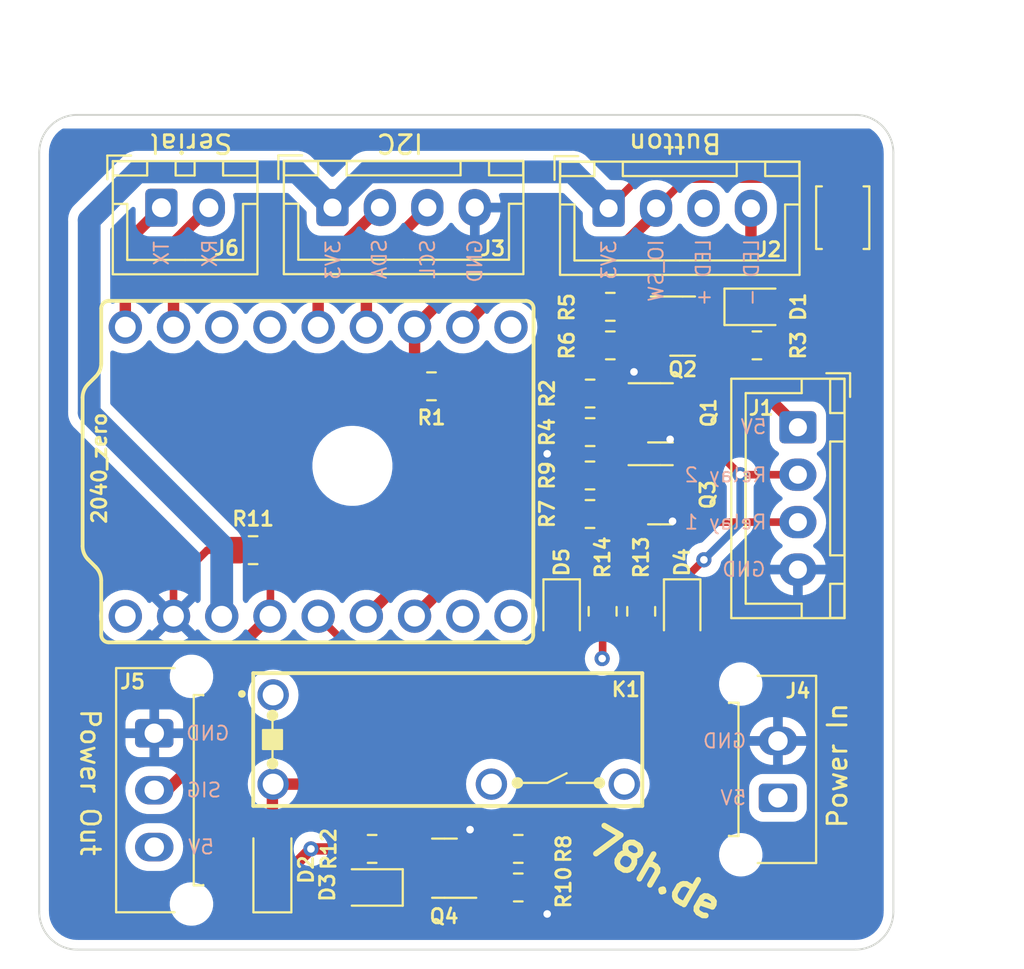
<source format=kicad_pcb>
(kicad_pcb (version 20211014) (generator pcbnew)
  (layers (0 "F.Cu" signal) (1 "In1.Cu" signal) (2 "In2.Cu" signal) (31 "B.Cu" signal) (34 "B.Paste" user) (35 "F.Paste" user) (36 "B.SilkS" user "B.Silkscreen") (37 "F.SilkS" user "F.Silkscreen") (38 "B.Mask" user) (39 "F.Mask" user) (44 "Edge.Cuts" user))
  (net 0 "")
  (net 1 "Net-(D1-Pad1)")
  (net 2 "Net-(D1-Pad2)")
  (net 3 "+5V")
  (net 4 "Net-(D2-Pad2)")
  (net 5 "GND")
  (net 6 "+3.3V")
  (net 7 "IO_BUTTON")
  (net 8 "SCL")
  (net 9 "SDA")
  (net 10 "+5VA")
  (net 11 "SIG")
  (net 12 "TX")
  (net 13 "RX")
  (net 14 "Net-(Q1-Pad1)")
  (net 15 "Net-(Q2-Pad1)")
  (net 16 "Net-(Q3-Pad1)")
  (net 17 "Net-(Q4-Pad1)")
  (net 18 "IO_RELAY_1")
  (net 19 "IO_LED")
  (net 20 "IO_RELAY_2")
  (net 21 "IO_PSU_5V")
  (net 27 "Net-(D3-Pad2)")
  (net 28 "Net-(D4-Pad1)")
  (net 29 "Net-(D4-Pad2)")
  (net 30 "Net-(D5-Pad1)")
  (net 31 "Net-(D5-Pad2)")
  (footprint "Connector_JST:JST_XH_B2B-XH-A_1x02_P2.50mm_Vertical" (layer "F.Cu") (at 107.4366 41.893)
    (fp_text reference "J6" (at 3.4344 2.1252) (layer "F.SilkS") (effects (font (size 0.75 0.75))))
    (fp_text value "SERIAL")
    (pad "1" thru_hole roundrect (at 0 0) (size 1.7 2) (drill 1) (layers *.Cu *.Mask) (roundrect_rratio 0.1470588235) (net 12 "TX"))
    (pad "2" thru_hole oval (at 2.5 0) (size 1.7 2) (drill 1) (layers *.Cu *.Mask) (net 13 "RX"))
  )
  (footprint "Resistor_SMD:R_0805_2012Metric" (layer "F.Cu") (at 130.0245 51.689)
    (fp_text reference "R2" (at -2.2625 0 90) (layer "F.SilkS") (effects (font (size 0.75 0.75))))
    (fp_text value "2k2")
    (pad "1" smd roundrect (at -0.9125 0) (size 1.025 1.4) (layers "F.Cu" "F.Paste" "F.Mask") (roundrect_rratio 0.243902439) (net 18 "IO_RELAY_1"))
    (pad "2" smd roundrect (at 0.9125 0) (size 1.025 1.4) (layers "F.Cu" "F.Paste" "F.Mask") (roundrect_rratio 0.243902439) (net 14 "Net-(Q1-Pad1)"))
  )
  (footprint "pixeltrace:Molex_Micro-Fit_3.0_43650-0315_1x03_P3.00mm_Vertical" (layer "F.Cu") (at 107.061 69.596 -90)
    (fp_text reference "J5" (at -2.7178 1.143) (layer "F.SilkS") (effects (font (size 0.75 0.75))))
    (fp_text value "PWR_OUT")
    (pad "" np_thru_hole circle (at 9 -1.96 270) (size 1.27 1.27) (drill 1.27) (layers *.Cu *.Mask))
    (pad "" np_thru_hole circle (at -3 -1.96 270) (size 1.27 1.27) (drill 1.27) (layers *.Cu *.Mask))
    (pad "1" thru_hole roundrect (at 0 0 270) (size 1.5 2.02) (drill 1.02) (layers *.Cu *.Mask) (roundrect_rratio 0.1666673333) (net 5 "GND"))
    (pad "2" thru_hole oval (at 3 0 270) (size 1.5 2.02) (drill 1.02) (layers *.Cu *.Mask) (net 11 "SIG"))
    (pad "3" thru_hole oval (at 6 0 270) (size 1.5 2.02) (drill 1.02) (layers *.Cu *.Mask) (net 10 "+5VA"))
  )
  (footprint "pixeltrace:SW_04-03" (layer "F.Cu") (at 143.3322 42.418 -90)
    (fp_text reference "SW1" hide)
    (fp_text value "SW_Push")
    (pad "1" smd rect (at -2 0 270) (size 1.2 2) (layers "F.Cu" "F.Paste" "F.Mask") (net 6 "+3.3V"))
    (pad "2" smd rect (at 2 0 270) (size 1.2 2) (layers "F.Cu" "F.Paste" "F.Mask") (net 7 "IO_BUTTON"))
  )
  (footprint "Resistor_SMD:R_0805_2012Metric" (layer "F.Cu") (at 132.715 63.1675 90)
    (fp_text reference "R13" (at 2.8425 0 90) (layer "F.SilkS") (effects (font (size 0.75 0.75))))
    (fp_text value "100")
    (pad "1" smd roundrect (at -0.9125 0 90) (size 1.025 1.4) (layers "F.Cu" "F.Paste" "F.Mask") (roundrect_rratio 0.243902439) (net 3 "+5V"))
    (pad "2" smd roundrect (at 0.9125 0 90) (size 1.025 1.4) (layers "F.Cu" "F.Paste" "F.Mask") (roundrect_rratio 0.243902439) (net 29 "Net-(D4-Pad2)"))
  )
  (footprint "Connector_JST:JST_XH_B4B-XH-A_1x04_P2.50mm_Vertical" (layer "F.Cu") (at 140.97 53.467 -90)
    (fp_text reference "J1" (at -1.016 1.9304 180) (layer "F.SilkS") (effects (font (size 0.75 0.75))))
    (fp_text value "Relay_Prot")
    (pad "1" thru_hole roundrect (at 0 0 270) (size 1.7 1.95) (drill 0.95) (layers *.Cu *.Mask) (roundrect_rratio 0.1470588235) (net 3 "+5V"))
    (pad "2" thru_hole oval (at 2.5 0 270) (size 1.7 1.95) (drill 0.95) (layers *.Cu *.Mask) (net 28 "Net-(D4-Pad1)"))
    (pad "3" thru_hole oval (at 5 0 270) (size 1.7 1.95) (drill 0.95) (layers *.Cu *.Mask) (net 30 "Net-(D5-Pad1)"))
    (pad "4" thru_hole oval (at 7.5 0 270) (size 1.7 1.95) (drill 0.95) (layers *.Cu *.Mask) (net 5 "GND"))
  )
  (footprint "Resistor_SMD:R_0805_2012Metric" (layer "F.Cu") (at 126.238 77.724)
    (fp_text reference "R10" (at 2.3895 0 90) (layer "F.SilkS") (effects (font (size 0.75 0.75))))
    (fp_text value "10k")
    (pad "1" smd roundrect (at -0.9125 0) (size 1.025 1.4) (layers "F.Cu" "F.Paste" "F.Mask") (roundrect_rratio 0.243902439) (net 17 "Net-(Q4-Pad1)"))
    (pad "2" smd roundrect (at 0.9125 0) (size 1.025 1.4) (layers "F.Cu" "F.Paste" "F.Mask") (roundrect_rratio 0.243902439) (net 5 "GND"))
  )
  (footprint "Package_TO_SOT_SMD:SOT-23" (layer "F.Cu") (at 134.8975 48.133)
    (fp_text reference "Q2" (at 0.0019 2.286) (layer "F.SilkS") (effects (font (size 0.75 0.75))))
    (fp_text value "IRLML6344")
    (pad "1" smd roundrect (at -0.9375 -0.95) (size 1.475 0.6) (layers "F.Cu" "F.Paste" "F.Mask") (net 15 "Net-(Q2-Pad1)"))
    (pad "2" smd roundrect (at -0.9375 0.95) (size 1.475 0.6) (layers "F.Cu" "F.Paste" "F.Mask") (net 5 "GND"))
    (pad "3" smd roundrect (at 0.9375 0) (size 1.475 0.6) (layers "F.Cu" "F.Paste" "F.Mask") (net 1 "Net-(D1-Pad1)"))
  )
  (footprint "Package_TO_SOT_SMD:SOT-23" (layer "F.Cu") (at 133.72475 57.023)
    (fp_text reference "Q3" (at 2.49545 0 90) (layer "F.SilkS") (effects (font (size 0.75 0.75))))
    (fp_text value "IRLML6344")
    (pad "1" smd roundrect (at -0.9375 -0.95) (size 1.475 0.6) (layers "F.Cu" "F.Paste" "F.Mask") (net 16 "Net-(Q3-Pad1)"))
    (pad "2" smd roundrect (at -0.9375 0.95) (size 1.475 0.6) (layers "F.Cu" "F.Paste" "F.Mask") (net 5 "GND"))
    (pad "3" smd roundrect (at 0.9375 0) (size 1.475 0.6) (layers "F.Cu" "F.Paste" "F.Mask") (net 30 "Net-(D5-Pad1)"))
  )
  (footprint "Resistor_SMD:R_0805_2012Metric" (layer "F.Cu") (at 138.811 49.149)
    (fp_text reference "R3" (at 2.1825 0 90) (layer "F.SilkS") (effects (font (size 0.75 0.75))))
    (fp_text value "100")
    (pad "1" smd roundrect (at -0.9125 0) (size 1.025 1.4) (layers "F.Cu" "F.Paste" "F.Mask") (roundrect_rratio 0.243902439) (net 3 "+5V"))
    (pad "2" smd roundrect (at 0.9125 0) (size 1.025 1.4) (layers "F.Cu" "F.Paste" "F.Mask") (roundrect_rratio 0.243902439) (net 2 "Net-(D1-Pad2)"))
  )
  (footprint "pixeltrace:rp2040_zero" (layer "F.Cu") (at 113.18281 64.805 90)
    (fp_text reference "U1" hide)
    (fp_text value "2040_zero" (at 9.179 -9.01741 90) (layer "F.SilkS") (effects (font (size 0.75 0.75))))
    (pad "0" thru_hole circle (at 16.62 -7.647619 90) (size 1.7526 1.7526) (drill 1.0922) (layers *.Cu *.Mask) (net 12 "TX"))
    (pad "1" thru_hole circle (at 16.62 -5.107619 90) (size 1.7526 1.7526) (drill 1.0922) (layers *.Cu *.Mask) (net 13 "RX"))
    (pad "2" thru_hole circle (at 16.62 -2.567619 90) (size 1.7526 1.7526) (drill 1.0922) (layers *.Cu *.Mask))
    (pad "3" thru_hole circle (at 16.62 -0.027619 90) (size 1.7526 1.7526) (drill 1.0922) (layers *.Cu *.Mask))
    (pad "4" thru_hole circle (at 16.62 2.512381 90) (size 1.7526 1.7526) (drill 1.0922) (layers *.Cu *.Mask) (net 9 "SDA"))
    (pad "5" thru_hole circle (at 16.62 5.052381 90) (size 1.7526 1.7526) (drill 1.0922) (layers *.Cu *.Mask) (net 8 "SCL"))
    (pad "6" thru_hole circle (at 16.62 7.592381 90) (size 1.7526 1.7526) (drill 1.0922) (layers *.Cu *.Mask) (net 7 "IO_BUTTON"))
    (pad "7" thru_hole circle (at 16.62 10.132381 90) (size 1.7526 1.7526) (drill 1.0922) (layers *.Cu *.Mask) (net 19 "IO_LED"))
    (pad "8" thru_hole circle (at 16.62 12.672381 90) (size 1.7526 1.7526) (drill 1.0922) (layers *.Cu *.Mask))
    (pad "14" thru_hole circle (at 1.38 12.672381 90) (size 1.7526 1.7526) (drill 1.0922) (layers *.Cu *.Mask))
    (pad "15" thru_hole circle (at 1.38 10.132381 90) (size 1.7526 1.7526) (drill 1.0922) (layers *.Cu *.Mask))
    (pad "26" thru_hole circle (at 1.38 7.592381 90) (size 1.7526 1.7526) (drill 1.0922) (layers *.Cu *.Mask) (net 20 "IO_RELAY_2"))
    (pad "27" thru_hole circle (at 1.38 5.052381 90) (size 1.7526 1.7526) (drill 1.0922) (layers *.Cu *.Mask) (net 18 "IO_RELAY_1"))
    (pad "28" thru_hole circle (at 1.38 2.512381 90) (size 1.7526 1.7526) (drill 1.0922) (layers *.Cu *.Mask) (net 21 "IO_PSU_5V"))
    (pad "29" thru_hole circle (at 1.38 -0.027619 90) (size 1.7526 1.7526) (drill 1.0922) (layers *.Cu *.Mask) (net 11 "SIG"))
    (pad "30" thru_hole circle (at 1.38 -2.567619 90) (size 1.7526 1.7526) (drill 1.0922) (layers *.Cu *.Mask) (net 6 "+3.3V"))
    (pad "31" thru_hole circle (at 1.38 -5.107619 90) (size 1.7526 1.7526) (drill 1.0922) (layers *.Cu *.Mask) (net 5 "GND"))
    (pad "32" thru_hole circle (at 1.38 -7.647619 90) (size 1.7526 1.7526) (drill 1.0922) (layers *.Cu *.Mask) (net 3 "+5V"))
  )
  (footprint "Connector_JST:JST_XH_B4B-XH-A_1x04_P2.50mm_Vertical" (layer "F.Cu") (at 116.4482 41.8846)
    (fp_text reference "J3" (at 8.4436 2.159) (layer "F.SilkS") (effects (font (size 0.75 0.75))))
    (fp_text value "I2C OLED")
    (pad "1" thru_hole roundrect (at 0 0) (size 1.7 1.95) (drill 0.95) (layers *.Cu *.Mask) (roundrect_rratio 0.1470588235) (net 6 "+3.3V"))
    (pad "2" thru_hole oval (at 2.5 0) (size 1.7 1.95) (drill 0.95) (layers *.Cu *.Mask) (net 9 "SDA"))
    (pad "3" thru_hole oval (at 5 0) (size 1.7 1.95) (drill 0.95) (layers *.Cu *.Mask) (net 8 "SCL"))
    (pad "4" thru_hole oval (at 7.5 0) (size 1.7 1.95) (drill 0.95) (layers *.Cu *.Mask) (net 5 "GND"))
  )
  (footprint "LED_SMD:LED_0805_2012Metric" (layer "F.Cu") (at 134.874 63.1675 -90)
    (fp_text reference "D4" (at -2.5885 0 90) (layer "F.SilkS") (effects (font (size 0.75 0.75))))
    (fp_text value "LED")
    (pad "1" smd roundrect (at -0.9375 0 270) (size 0.975 1.4) (layers "F.Cu" "F.Paste" "F.Mask") (net 28 "Net-(D4-Pad1)"))
    (pad "2" smd roundrect (at 0.9375 0 270) (size 0.975 1.4) (layers "F.Cu" "F.Paste" "F.Mask") (net 29 "Net-(D4-Pad2)"))
  )
  (footprint "Resistor_SMD:R_0805_2012Metric" (layer "F.Cu") (at 130.01825 58.039)
    (fp_text reference "R7" (at -2.25625 0 90) (layer "F.SilkS") (effects (font (size 0.75 0.75))))
    (fp_text value "2k2")
    (pad "1" smd roundrect (at -0.9125 0) (size 1.025 1.4) (layers "F.Cu" "F.Paste" "F.Mask") (roundrect_rratio 0.243902439) (net 20 "IO_RELAY_2"))
    (pad "2" smd roundrect (at 0.9125 0) (size 1.025 1.4) (layers "F.Cu" "F.Paste" "F.Mask") (roundrect_rratio 0.243902439) (net 16 "Net-(Q3-Pad1)"))
  )
  (footprint "Resistor_SMD:R_0805_2012Metric" (layer "F.Cu") (at 118.5395 75.692)
    (fp_text reference "R12" (at -2.286 0 90) (layer "F.SilkS") (effects (font (size 0.75 0.75))))
    (fp_text value "100")
    (pad "1" smd roundrect (at -0.9125 0) (size 1.025 1.4) (layers "F.Cu" "F.Paste" "F.Mask") (roundrect_rratio 0.243902439) (net 3 "+5V"))
    (pad "2" smd roundrect (at 0.9125 0) (size 1.025 1.4) (layers "F.Cu" "F.Paste" "F.Mask") (roundrect_rratio 0.243902439) (net 27 "Net-(D3-Pad2)"))
  )
  (footprint "MountingHole:MountingHole_3.2mm_M3_ISO7380" (layer "F.Cu") (at 117.5 55.5)
    (fp_text reference "REF**" hide)
    (fp_text value "MountingHole_3.2mm_M3_ISO7380")
    (pad "" np_thru_hole circle (at 0 0) (size 3.2 3.2) (drill 3.2) (layers F&B.Cu *.Mask))
  )
  (footprint "Resistor_SMD:R_0805_2012Metric" (layer "F.Cu") (at 131.0875 49.149 180)
    (fp_text reference "R6" (at 2.286 0 90) (layer "F.SilkS") (effects (font (size 0.75 0.75))))
    (fp_text value "10k")
    (pad "1" smd roundrect (at -0.9125 0 180) (size 1.025 1.4) (layers "F.Cu" "F.Paste" "F.Mask") (roundrect_rratio 0.243902439) (net 15 "Net-(Q2-Pad1)"))
    (pad "2" smd roundrect (at 0.9125 0 180) (size 1.025 1.4) (layers "F.Cu" "F.Paste" "F.Mask") (roundrect_rratio 0.243902439) (net 5 "GND"))
  )
  (footprint "Resistor_SMD:R_0805_2012Metric" (layer "F.Cu") (at 130.01825 56.007 180)
    (fp_text reference "R9" (at 2.25625 0 90) (layer "F.SilkS") (effects (font (size 0.75 0.75))))
    (fp_text value "10k")
    (pad "1" smd roundrect (at -0.9125 0 180) (size 1.025 1.4) (layers "F.Cu" "F.Paste" "F.Mask") (roundrect_rratio 0.243902439) (net 16 "Net-(Q3-Pad1)"))
    (pad "2" smd roundrect (at 0.9125 0 180) (size 1.025 1.4) (layers "F.Cu" "F.Paste" "F.Mask") (roundrect_rratio 0.243902439) (net 5 "GND"))
  )
  (footprint "Resistor_SMD:R_0805_2012Metric" (layer "F.Cu") (at 126.238 75.692 180)
    (fp_text reference "R8" (at -2.3895 0 90) (layer "F.SilkS") (effects (font (size 0.75 0.75))))
    (fp_text value "2k2")
    (pad "1" smd roundrect (at -0.9125 0 180) (size 1.025 1.4) (layers "F.Cu" "F.Paste" "F.Mask") (roundrect_rratio 0.243902439) (net 21 "IO_PSU_5V"))
    (pad "2" smd roundrect (at 0.9125 0 180) (size 1.025 1.4) (layers "F.Cu" "F.Paste" "F.Mask") (roundrect_rratio 0.243902439) (net 17 "Net-(Q4-Pad1)"))
  )
  (footprint "Package_TO_SOT_SMD:SOT-23" (layer "F.Cu") (at 122.3495 76.708 180)
    (fp_text reference "Q4" (at 0.0235 -2.54) (layer "F.SilkS") (effects (font (size 0.75 0.75))))
    (fp_text value "IRLML6344")
    (pad "1" smd roundrect (at -0.9375 -0.95 180) (size 1.475 0.6) (layers "F.Cu" "F.Paste" "F.Mask") (net 17 "Net-(Q4-Pad1)"))
    (pad "2" smd roundrect (at -0.9375 0.95 180) (size 1.475 0.6) (layers "F.Cu" "F.Paste" "F.Mask") (net 5 "GND"))
    (pad "3" smd roundrect (at 0.9375 0 180) (size 1.475 0.6) (layers "F.Cu" "F.Paste" "F.Mask") (net 4 "Net-(D2-Pad2)"))
  )
  (footprint "LED_SMD:LED_0805_2012Metric" (layer "F.Cu") (at 118.4675 77.724 180)
    (fp_text reference "D3" (at 2.286 0 90) (layer "F.SilkS") (effects (font (size 0.75 0.75))))
    (fp_text value "LED")
    (pad "1" smd roundrect (at -0.9375 0 180) (size 0.975 1.4) (layers "F.Cu" "F.Paste" "F.Mask") (net 4 "Net-(D2-Pad2)"))
    (pad "2" smd roundrect (at 0.9375 0 180) (size 0.975 1.4) (layers "F.Cu" "F.Paste" "F.Mask") (net 27 "Net-(D3-Pad2)"))
  )
  (footprint "Connector_JST:JST_XH_B4B-XH-A_1x04_P2.50mm_Vertical" (layer "F.Cu") (at 130.997 41.923)
    (fp_text reference "J2" (at 8.449 2.1714) (layer "F.SilkS") (effects (font (size 0.75 0.75))))
    (fp_text value "PushButton")
    (pad "1" thru_hole roundrect (at 0 0) (size 1.7 1.95) (drill 0.95) (layers *.Cu *.Mask) (roundrect_rratio 0.1470588235) (net 6 "+3.3V"))
    (pad "2" thru_hole oval (at 2.5 0) (size 1.7 1.95) (drill 0.95) (layers *.Cu *.Mask) (net 7 "IO_BUTTON"))
    (pad "3" thru_hole oval (at 5 0) (size 1.7 1.95) (drill 0.95) (layers *.Cu *.Mask) (net 3 "+5V"))
    (pad "4" thru_hole oval (at 7.5 0) (size 1.7 1.95) (drill 0.95) (layers *.Cu *.Mask) (net 1 "Net-(D1-Pad1)"))
  )
  (footprint "Resistor_SMD:R_0805_2012Metric" (layer "F.Cu") (at 130.0245 53.721 180)
    (fp_text reference "R4" (at 2.2625 0 90) (layer "F.SilkS") (effects (font (size 0.75 0.75))))
    (fp_text value "10k")
    (pad "1" smd roundrect (at -0.9125 0 180) (size 1.025 1.4) (layers "F.Cu" "F.Paste" "F.Mask") (roundrect_rratio 0.243902439) (net 14 "Net-(Q1-Pad1)"))
    (pad "2" smd roundrect (at 0.9125 0 180) (size 1.025 1.4) (layers "F.Cu" "F.Paste" "F.Mask") (roundrect_rratio 0.243902439) (net 5 "GND"))
  )
  (footprint "Diode_SMD:D_SOD-123" (layer "F.Cu") (at 113.284 76.7846 90)
    (fp_text reference "D2" (at 0 1.778 90) (layer "F.SilkS") (effects (font (size 0.75 0.75))))
    (fp_text value "1N4007")
    (pad "1" smd rect (at -1.65 0 90) (size 0.9 1.2) (layers "F.Cu" "F.Paste" "F.Mask") (net 3 "+5V"))
    (pad "2" smd rect (at 1.65 0 90) (size 0.9 1.2) (layers "F.Cu" "F.Paste" "F.Mask") (net 4 "Net-(D2-Pad2)"))
  )
  (footprint "Resistor_SMD:R_0805_2012Metric" (layer "F.Cu") (at 130.683 63.1675 90)
    (fp_text reference "R14" (at 2.8425 0 90) (layer "F.SilkS") (effects (font (size 0.75 0.75))))
    (fp_text value "100")
    (pad "1" smd roundrect (at -0.9125 0 90) (size 1.025 1.4) (layers "F.Cu" "F.Paste" "F.Mask") (roundrect_rratio 0.243902439) (net 3 "+5V"))
    (pad "2" smd roundrect (at 0.9125 0 90) (size 1.025 1.4) (layers "F.Cu" "F.Paste" "F.Mask") (roundrect_rratio 0.243902439) (net 31 "Net-(D5-Pad2)"))
  )
  (footprint "Resistor_SMD:R_0805_2012Metric" (layer "F.Cu") (at 131.0875 47.117)
    (fp_text reference "R5" (at -2.286 0.0254 90) (layer "F.SilkS") (effects (font (size 0.75 0.75))))
    (fp_text value "2k2")
    (pad "1" smd roundrect (at -0.9125 0) (size 1.025 1.4) (layers "F.Cu" "F.Paste" "F.Mask") (roundrect_rratio 0.243902439) (net 19 "IO_LED"))
    (pad "2" smd roundrect (at 0.9125 0) (size 1.025 1.4) (layers "F.Cu" "F.Paste" "F.Mask") (roundrect_rratio 0.243902439) (net 15 "Net-(Q2-Pad1)"))
  )
  (footprint "Resistor_SMD:R_0805_2012Metric" (layer "F.Cu") (at 112.268 59.944)
    (fp_text reference "R11" (at 0 -1.651) (layer "F.SilkS") (effects (font (size 0.75 0.75))))
    (fp_text value "10k")
    (pad "1" smd roundrect (at -0.9125 0) (size 1.025 1.4) (layers "F.Cu" "F.Paste" "F.Mask") (roundrect_rratio 0.243902439) (net 5 "GND"))
    (pad "2" smd roundrect (at 0.9125 0) (size 1.025 1.4) (layers "F.Cu" "F.Paste" "F.Mask") (roundrect_rratio 0.243902439) (net 11 "SIG"))
  )
  (footprint "pixeltrace:HF46F" (layer "F.Cu") (at 112.273 69.9266)
    (fp_text reference "K1" (at 19.6292 -2.642) (layer "F.SilkS") (effects (font (size 0.75 0.75))))
    (fp_text value "HF46F" hide)
    (pad "1" thru_hole circle (at 1.05 -2.35) (size 1.65 1.65) (drill 1.1) (layers *.Cu *.Mask) (net 3 "+5V"))
    (pad "2" thru_hole circle (at 1.05 2.35) (size 1.65 1.65) (drill 1.1) (layers *.Cu *.Mask) (net 4 "Net-(D2-Pad2)"))
    (pad "3" thru_hole circle (at 12.55 2.35) (size 1.65 1.65) (drill 1.1) (layers *.Cu *.Mask) (net 3 "+5V"))
    (pad "4" thru_hole circle (at 19.55 2.35) (size 1.65 1.65) (drill 1.1) (layers *.Cu *.Mask) (net 10 "+5VA"))
  )
  (footprint "LED_SMD:LED_0805_2012Metric" (layer "F.Cu") (at 128.524 63.1675 -90)
    (fp_text reference "D5" (at -2.5885 0 90) (layer "F.SilkS") (effects (font (size 0.75 0.75))))
    (fp_text value "LED")
    (pad "1" smd roundrect (at -0.9375 0 270) (size 0.975 1.4) (layers "F.Cu" "F.Paste" "F.Mask") (net 30 "Net-(D5-Pad1)"))
    (pad "2" smd roundrect (at 0.9375 0 270) (size 0.975 1.4) (layers "F.Cu" "F.Paste" "F.Mask") (net 31 "Net-(D5-Pad2)"))
  )
  (footprint "Package_TO_SOT_SMD:SOT-23" (layer "F.Cu") (at 133.731 52.705)
    (fp_text reference "Q1" (at 2.54 0 90) (layer "F.SilkS") (effects (font (size 0.75 0.75))))
    (fp_text value "IRLML6344")
    (pad "1" smd roundrect (at -0.9375 -0.95) (size 1.475 0.6) (layers "F.Cu" "F.Paste" "F.Mask") (net 14 "Net-(Q1-Pad1)"))
    (pad "2" smd roundrect (at -0.9375 0.95) (size 1.475 0.6) (layers "F.Cu" "F.Paste" "F.Mask") (net 5 "GND"))
    (pad "3" smd roundrect (at 0.9375 0) (size 1.475 0.6) (layers "F.Cu" "F.Paste" "F.Mask") (net 28 "Net-(D4-Pad1)"))
  )
  (footprint "LED_SMD:LED_0805_2012Metric" (layer "F.Cu") (at 138.786 47.117)
    (fp_text reference "D1" (at 2.2075 0 90) (layer "F.SilkS") (effects (font (size 0.75 0.75))))
    (fp_text value "LED")
    (pad "1" smd roundrect (at -0.9375 0) (size 0.975 1.4) (layers "F.Cu" "F.Paste" "F.Mask") (net 1 "Net-(D1-Pad1)"))
    (pad "2" smd roundrect (at 0.9375 0) (size 0.975 1.4) (layers "F.Cu" "F.Paste" "F.Mask") (net 2 "Net-(D1-Pad2)"))
  )
  (footprint "pixeltrace:Molex_Micro-Fit_3.0_43650-0215_1x02_P3.00mm_Vertical" (layer "F.Cu") (at 139.92 73.001 90)
    (fp_text reference "J4" (at 5.6402 1.05 180) (layer "F.SilkS") (effects (font (size 0.75 0.75))))
    (fp_text value "PWR_IN")
    (pad "" np_thru_hole circle (at -3 -1.96 90) (size 1.27 1.27) (drill 1.27) (layers *.Cu *.Mask))
    (pad "" np_thru_hole circle (at 6 -1.96 90) (size 1.27 1.27) (drill 1.27) (layers *.Cu *.Mask))
    (pad "1" thru_hole roundrect (at 0 0 90) (size 1.5 2.02) (drill 1.02) (layers *.Cu *.Mask) (roundrect_rratio 0.1666673333) (net 3 "+5V"))
    (pad "2" thru_hole oval (at 3 0 90) (size 1.5 2.02) (drill 1.02) (layers *.Cu *.Mask) (net 5 "GND"))
  )
  (footprint "Resistor_SMD:R_0805_2012Metric" (layer "F.Cu") (at 121.666 51.308)
    (fp_text reference "R1" (at 0 1.651) (layer "F.SilkS") (effects (font (size 0.75 0.75))))
    (fp_text value "10k")
    (pad "1" smd roundrect (at -0.9125 0) (size 1.025 1.4) (layers "F.Cu" "F.Paste" "F.Mask") (roundrect_rratio 0.243902439) (net 7 "IO_BUTTON"))
    (pad "2" smd roundrect (at 0.9125 0) (size 1.025 1.4) (layers "F.Cu" "F.Paste" "F.Mask") (roundrect_rratio 0.243902439) (net 5 "GND"))
  )
  (gr_arc (start 146 79) (mid 145.414214 80.414214) (end 144 81) (layer "Edge.Cuts") (width 0.1))
  (gr_arc (start 101 39) (mid 101.585786 37.585786) (end 103 37) (layer "Edge.Cuts") (width 0.1))
  (gr_line (start 146 79) (end 146 39) (layer "Edge.Cuts") (width 0.1))
  (gr_line (start 144 37) (end 103 37) (layer "Edge.Cuts") (width 0.1))
  (gr_line (start 101 39) (end 101 79) (layer "Edge.Cuts") (width 0.1))
  (gr_arc (start 144 37) (mid 145.414214 37.585786) (end 146 39) (layer "Edge.Cuts") (width 0.1))
  (gr_arc (start 103 81) (mid 101.585786 80.414214) (end 101 79) (layer "Edge.Cuts") (width 0.1))
  (gr_line (start 103 81) (end 144 81) (layer "Edge.Cuts") (width 0.1))
  (gr_text "TX" (at 107.442 44.2976 90) (layer "B.SilkS") (effects (font (size 0.75 0.75) (thickness 0.1)) (justify mirror)))
  (gr_text "GND" (at 123.952 44.704 90) (layer "B.SilkS") (effects (font (size 0.75 0.75) (thickness 0.1)) (justify mirror)))
  (gr_text "3V3\n" (at 131.0132 44.6532 90) (layer "B.SilkS") (effects (font (size 0.75 0.75) (thickness 0.1)) (justify mirror)))
  (gr_text "5V" (at 109.5248 75.5904) (layer "B.SilkS") (effects (font (size 0.75 0.75) (thickness 0.1)) (justify mirror)))
  (gr_text "SDA" (at 118.9228 44.6024 90) (layer "B.SilkS") (effects (font (size 0.75 0.75) (thickness 0.1)) (justify mirror)))
  (gr_text "RX" (at 109.982 44.2976 90) (layer "B.SilkS") (effects (font (size 0.75 0.75) (thickness 0.1)) (justify mirror)))
  (gr_text "Relay 2" (at 137.16 55.9816) (layer "B.SilkS") (effects (font (size 0.75 0.75) (thickness 0.1)) (justify mirror)))
  (gr_text "GND" (at 109.8804 69.596) (layer "B.SilkS") (effects (font (size 0.75 0.75) (thickness 0.1)) (justify mirror)))
  (gr_text "IO_SW" (at 133.5024 45.212 90) (layer "B.SilkS") (effects (font (size 0.75 0.75) (thickness 0.1)) (justify mirror)))
  (gr_text "3V3\n" (at 116.4844 44.6532 90) (layer "B.SilkS") (effects (font (size 0.75 0.75) (thickness 0.1)) (justify mirror)))
  (gr_text "LED -" (at 138.5316 45.3136 90) (layer "B.SilkS") (effects (font (size 0.75 0.75) (thickness 0.1)) (justify mirror)))
  (gr_text "LED +" (at 135.9916 45.3136 90) (layer "B.SilkS") (effects (font (size 0.75 0.75) (thickness 0.1)) (justify mirror)))
  (gr_text "GND" (at 137.1092 70.0024) (layer "B.SilkS") (effects (font (size 0.75 0.75) (thickness 0.1)) (justify mirror)))
  (gr_text "Relay 1" (at 137.16 58.4708) (layer "B.SilkS") (effects (font (size 0.75 0.75) (thickness 0.1)) (justify mirror)))
  (gr_text "GND" (at 138.1252 60.96) (layer "B.SilkS") (effects (font (size 0.75 0.75) (thickness 0.1)) (justify mirror)))
  (gr_text "5V" (at 138.6332 53.4416) (layer "B.SilkS") (effects (font (size 0.75 0.75) (thickness 0.1)) (justify mirror)))
  (gr_text "SIG" (at 109.6772 72.5932) (layer "B.SilkS") (effects (font (size 0.75 0.75) (thickness 0.1)) (justify mirror)))
  (gr_text "SCL" (at 121.4628 44.6024 90) (layer "B.SilkS") (effects (font (size 0.75 0.75) (thickness 0.1)) (justify mirror)))
  (gr_text "5V" (at 137.5664 72.9996) (layer "B.SilkS") (effects (font (size 0.75 0.75) (thickness 0.1)) (justify mirror)))
  (gr_text "Power In" (at 143.0528 71.2978 90) (layer "F.SilkS") (effects (font (size 1 1))))
  (gr_text "Serial" (at 109 38.5 180) (layer "F.SilkS") (effects (font (size 1 1))))
  (gr_text "78h.de" (at 133.4516 76.962 -30) (layer "F.SilkS") (effects (font (size 1.5 1.5) (thickness 0.3))))
  (gr_text "I2C" (at 120 38.5 180) (layer "F.SilkS") (effects (font (size 1 1))))
  (gr_text "Button" (at 134.5 38.5 180) (layer "F.SilkS") (effects (font (size 1 1))))
  (gr_text "Power Out" (at 103.6828 72.1868 270) (layer "F.SilkS") (effects (font (size 1 1))))
  (segment (start 135.835 46.41) (end 135.835 48.133) (width 0.6) (layer "F.Cu") (net 1))
  (segment (start 137.8485 47.117) (end 136.851 47.117) (width 0.4) (layer "F.Cu") (net 1))
  (segment (start 138.497 43.748) (end 135.835 46.41) (width 0.6) (layer "F.Cu") (net 1))
  (segment (start 138.497 41.923) (end 138.497 43.748) (width 0.6) (layer "F.Cu") (net 1))
  (segment (start 136.851 47.117) (end 135.835 48.133) (width 0.4) (layer "F.Cu") (net 1))
  (segment (start 139.7235 47.117) (end 139.7235 49.149) (width 0.4) (layer "F.Cu") (net 2))
  (segment (start 130.683 65.634) (end 130.658 65.659) (width 0.4) (layer "F.Cu") (net 3))
  (segment (start 130.658 64.105) (end 130.683 64.08) (width 0.4) (layer "F.Cu") (net 3))
  (segment (start 137.8985 50.3955) (end 140.97 53.467) (width 0.6) (layer "F.Cu") (net 3))
  (segment (start 132.715 64.08) (end 130.683 64.08) (width 0.4) (layer "F.Cu") (net 3))
  (segment (start 137.8985 49.149) (end 137.8985 50.3955) (width 0.6) (layer "F.Cu") (net 3))
  (segment (start 113.284 77.724) (end 115.316 75.692) (width 0.6) (layer "F.Cu") (net 3))
  (segment (start 132.74 64.105) (end 132.715 64.08) (width 0.4) (layer "F.Cu") (net 3))
  (segment (start 113.284 78.4346) (end 113.284 77.724) (width 0.6) (layer "F.Cu") (net 3))
  (segment (start 130.683 64.08) (end 130.683 65.634) (width 0.4) (layer "F.Cu") (net 3))
  (segment (start 117.627 75.692) (end 115.316 75.692) (width 0.6) (layer "F.Cu") (net 3))
  (via (at 130.658 65.659) (size 0.8) (drill 0.4) (layers "F.Cu" "B.Cu") (net 3))
  (via (at 115.316 75.692) (size 0.8) (drill 0.4) (layers "F.Cu" "B.Cu") (net 3))
  (segment (start 121.412 76.708) (end 121.183 76.708) (width 0.4) (layer "F.Cu") (net 4))
  (segment (start 120.167 77.724) (end 119.405 77.724) (width 0.4) (layer "F.Cu") (net 4))
  (segment (start 121.183 76.708) (end 120.167 77.724) (width 0.4) (layer "F.Cu") (net 4))
  (segment (start 113.284 75.1346) (end 113.284 72.3156) (width 0.6) (layer "F.Cu") (net 4))
  (segment (start 121.412 74.422) (end 121.412 76.708) (width 0.6) (layer "F.Cu") (net 4))
  (segment (start 113.284 72.3156) (end 113.323 72.2766) (width 0.6) (layer "F.Cu") (net 4))
  (segment (start 119.2666 72.2766) (end 121.412 74.422) (width 0.6) (layer "F.Cu") (net 4))
  (segment (start 113.323 72.2766) (end 119.2666 72.2766) (width 0.6) (layer "F.Cu") (net 4))
  (segment (start 128.397 49.149) (end 130.175 49.149) (width 0.4) (layer "F.Cu") (net 5))
  (segment (start 123.287 75.758) (end 123.287 75.087) (width 0.4) (layer "F.Cu") (net 5))
  (segment (start 134.239 54.102) (end 133.792 53.655) (width 0.4) (layer "F.Cu") (net 5))
  (segment (start 133.96 49.083) (end 133.96 49.428) (width 0.4) (layer "F.Cu") (net 5))
  (segment (start 127.1505 77.724) (end 127.1505 78.5095) (width 0.4) (layer "F.Cu") (net 5))
  (segment (start 109.855 59.944) (end 108.075191 61.723809) (width 0.4) (layer "F.Cu") (net 5))
  (segment (start 133.919 57.973) (end 134.366 58.42) (width 0.4) (layer "F.Cu") (net 5))
  (segment (start 130.175 49.149) (end 131.572 50.546) (width 0.4) (layer "F.Cu") (net 5))
  (segment (start 133.96 49.428) (end 132.842 50.546) (width 0.4) (layer "F.Cu") (net 5))
  (segment (start 108.075191 61.723809) (end 108.075191 63.425) (width 0.4) (layer "F.Cu") (net 5))
  (segment (start 127.1505 78.5095) (end 127.762 79.121) (width 0.4) (layer "F.Cu") (net 5))
  (segment (start 131.572 50.546) (end 132.334 50.546) (width 0.4) (layer "F.Cu") (net 5))
  (segment (start 133.792 53.655) (end 132.7935 53.655) (width 0.4) (layer "F.Cu") (net 5))
  (segment (start 126.238 51.308) (end 128.397 49.149) (width 0.4) (layer "F.Cu") (net 5))
  (segment (start 128.905 56.007) (end 127.762 54.864) (width 0.4) (layer "F.Cu") (net 5))
  (segment (start 111.3555 59.944) (end 109.855 59.944) (width 0.4) (layer "F.Cu") (net 5))
  (segment (start 129.112 53.721) (end 128.905 53.721) (width 0.4) (layer "F.Cu") (net 5))
  (segment (start 129.10575 56.007) (end 128.905 56.007) (width 0.4) (layer "F.Cu") (net 5))
  (segment (start 122.5785 51.308) (end 126.238 51.308) (width 0.4) (layer "F.Cu") (net 5))
  (segment (start 132.842 50.546) (end 132.334 50.546) (width 0.4) (layer "F.Cu") (net 5))
  (segment (start 128.905 53.721) (end 127.762 54.864) (width 0.4) (layer "F.Cu") (net 5))
  (segment (start 132.78725 57.973) (end 133.919 57.973) (width 0.4) (layer "F.Cu") (net 5))
  (segment (start 123.287 75.087) (end 123.698 74.676) (width 0.4) (layer "F.Cu") (net 5))
  (via (at 134.366 58.42) (size 0.8) (drill 0.4) (layers "F.Cu" "B.Cu") (net 5))
  (via (at 123.698 74.676) (size 0.8) (drill 0.4) (layers "F.Cu" "B.Cu") (net 5))
  (via (at 127.762 79.121) (size 0.8) (drill 0.4) (layers "F.Cu" "B.Cu") (net 5))
  (via (at 134.239 54.102) (size 0.8) (drill 0.4) (layers "F.Cu" "B.Cu") (net 5))
  (via (at 132.334 50.546) (size 0.8) (drill 0.4) (layers "F.Cu" "B.Cu") (net 5))
  (via (at 127.762 54.864) (size 0.8) (drill 0.4) (layers "F.Cu" "B.Cu") (net 5))
  (segment (start 139.92 70.001) (end 139.168 70.001) (width 0.4) (layer "B.Cu") (net 5))
  (segment (start 142.7002 39.786) (end 143.3322 40.418) (width 0.4) (layer "F.Cu") (net 6))
  (segment (start 130.997 41.923) (end 133.134 39.786) (width 0.4) (layer "F.Cu") (net 6))
  (segment (start 133.134 39.786) (end 142.7002 39.786) (width 0.4) (layer "F.Cu") (net 6))
  (segment (start 106.172 40.005) (end 103.632 42.545) (width 1.2) (layer "B.Cu") (net 6))
  (segment (start 116.4482 41.8846) (end 114.5686 40.005) (width 1.2) (layer "B.Cu") (net 6))
  (segment (start 129.079 40.005) (end 118.3278 40.005) (width 1.2) (layer "B.Cu") (net 6))
  (segment (start 118.3278 40.005) (end 116.4482 41.8846) (width 1.2) (layer "B.Cu") (net 6))
  (segment (start 130.997 41.923) (end 129.079 40.005) (width 1.2) (layer "B.Cu") (net 6))
  (segment (start 114.5686 40.005) (end 106.172 40.005) (width 1.2) (layer "B.Cu") (net 6))
  (segment (start 110.615191 59.688191) (end 110.615191 63.425) (width 1.2) (layer "B.Cu") (net 6))
  (segment (start 103.632 52.705) (end 110.615191 59.688191) (width 1.2) (layer "B.Cu") (net 6))
  (segment (start 103.632 42.545) (end 103.632 52.705) (width 1.2) (layer "B.Cu") (net 6))
  (segment (start 139.3002 40.386) (end 143.3322 44.418) (width 0.4) (layer "F.Cu") (net 7))
  (segment (start 135.034 40.386) (end 139.3002 40.386) (width 0.4) (layer "F.Cu") (net 7))
  (segment (start 120.775191 48.185) (end 124.002191 44.958) (width 0.6) (layer "F.Cu") (net 7))
  (segment (start 120.775191 51.286309) (end 120.7535 51.308) (width 0.6) (layer "F.Cu") (net 7))
  (segment (start 120.775191 48.185) (end 120.775191 51.286309) (width 0.6) (layer "F.Cu") (net 7))
  (segment (start 120.775191 51.358891) (end 120.777 51.3607) (width 0.6) (layer "F.Cu") (net 7))
  (segment (start 130.683 44.958) (end 133.497 42.144) (width 0.6) (layer "F.Cu") (net 7))
  (segment (start 133.497 41.923) (end 135.034 40.386) (width 0.4) (layer "F.Cu") (net 7))
  (segment (start 133.497 42.144) (end 133.497 41.923) (width 0.6) (layer "F.Cu") (net 7))
  (segment (start 124.002191 44.958) (end 130.683 44.958) (width 0.6) (layer "F.Cu") (net 7))
  (segment (start 118.235191 48.185) (end 118.235191 45.097609) (width 0.6) (layer "F.Cu") (net 8))
  (segment (start 118.235191 45.097609) (end 121.4482 41.8846) (width 0.6) (layer "F.Cu") (net 8))
  (segment (start 115.695191 48.185) (end 115.695191 45.137609) (width 0.6) (layer "F.Cu") (net 9))
  (segment (start 115.695191 45.137609) (end 118.9482 41.8846) (width 0.6) (layer "F.Cu") (net 9))
  (segment (start 107.744 72.596) (end 110.871 69.469) (width 0.6) (layer "F.Cu") (net 11))
  (segment (start 107.061 72.596) (end 107.744 72.596) (width 0.6) (layer "F.Cu") (net 11))
  (segment (start 113.157 63.423191) (end 113.155191 63.425) (width 0.6) (layer "F.Cu") (net 11))
  (segment (start 113.1805 59.944) (end 113.1805 63.399691) (width 0.4) (layer "F.Cu") (net 11))
  (segment (start 113.1805 63.399691) (end 113.155191 63.425) (width 0.4) (layer "F.Cu") (net 11))
  (segment (start 110.871 69.469) (end 110.871 65.709191) (width 0.6) (layer "F.Cu") (net 11))
  (segment (start 110.871 65.709191) (end 113.155191 63.425) (width 0.6) (layer "F.Cu") (net 11))
  (segment (start 105.535191 43.794409) (end 107.4366 41.893) (width 0.6) (layer "F.Cu") (net 12))
  (segment (start 105.535191 48.185) (end 105.535191 43.794409) (width 0.6) (layer "F.Cu") (net 12))
  (segment (start 108.075191 48.185) (end 108.075191 43.754409) (width 0.6) (layer "F.Cu") (net 13))
  (segment (start 108.075191 43.754409) (end 109.9366 41.893) (width 0.6) (layer "F.Cu") (net 13))
  (segment (start 130.937 51.689) (end 132.7275 51.689) (width 0.4) (layer "F.Cu") (net 14))
  (segment (start 130.937 53.721) (end 130.937 51.689) (width 0.4) (layer "F.Cu") (net 14))
  (segment (start 132.7275 51.689) (end 132.7935 51.755) (width 0.4) (layer "F.Cu") (net 14))
  (segment (start 132.066 47.183) (end 132 47.117) (width 0.4) (layer "F.Cu") (net 15))
  (segment (start 133.96 47.183) (end 132.066 47.183) (width 0.4) (layer "F.Cu") (net 15))
  (segment (start 132 47.117) (end 132 49.149) (width 0.4) (layer "F.Cu") (net 15))
  (segment (start 130.93075 56.007) (end 132.72125 56.007) (width 0.4) (layer "F.Cu") (net 16))
  (segment (start 130.93075 58.039) (end 130.93075 56.007) (width 0.4) (layer "F.Cu") (net 16))
  (segment (start 132.72125 56.007) (end 132.78725 56.073) (width 0.4) (layer "F.Cu") (net 16))
  (segment (start 125.3255 75.692) (end 125.3255 77.724) (width 0.4) (layer "F.Cu") (net 17))
  (segment (start 125.2595 77.658) (end 125.3255 77.724) (width 0.4) (layer "F.Cu") (net 17))
  (segment (start 123.287 77.658) (end 125.2595 77.658) (width 0.4) (layer "F.Cu") (net 17))
  (segment (start 123.353 77.724) (end 123.287 77.658) (width 0.4) (layer "F.Cu") (net 17))
  (segment (start 125.984 55.676191) (end 125.984 54.737) (width 0.6) (layer "F.Cu") (net 18))
  (segment (start 118.235191 63.425) (end 125.984 55.676191) (width 0.6) (layer "F.Cu") (net 18))
  (segment (start 125.984 54.737) (end 129.032 51.689) (width 0.6) (layer "F.Cu") (net 18))
  (segment (start 129.032 51.689) (end 129.112 51.689) (width 0.6) (layer "F.Cu") (net 18))
  (segment (start 125.399191 46.101) (end 129.159 46.101) (width 0.6) (layer "F.Cu") (net 19))
  (segment (start 129.159 46.101) (end 130.175 47.117) (width 0.6) (layer "F.Cu") (net 19))
  (segment (start 123.315191 48.185) (end 125.399191 46.101) (width 0.6) (layer "F.Cu") (net 19))
  (segment (start 120.775191 63.425) (end 126.161191 58.039) (width 0.6) (layer "F.Cu") (net 20))
  (segment (start 126.161191 58.039) (end 129.10575 58.039) (width 0.6) (layer "F.Cu") (net 20))
  (segment (start 122.936 67.818) (end 127.1505 72.0325) (width 0.4) (layer "F.Cu") (net 21))
  (segment (start 127.1505 72.0325) (end 127.1505 75.692) (width 0.4) (layer "F.Cu") (net 21))
  (segment (start 120.088191 67.818) (end 122.936 67.818) (width 0.4) (layer "F.Cu") (net 21))
  (segment (start 115.695191 63.425) (end 120.088191 67.818) (width 0.4) (layer "F.Cu") (net 21))
  (segment (start 117.53 77.711) (end 119.452 75.789) (width 0.4) (layer "F.Cu") (net 27))
  (segment (start 119.452 75.789) (end 119.452 75.692) (width 0.4) (layer "F.Cu") (net 27))
  (segment (start 117.53 77.724) (end 117.53 77.711) (width 0.4) (layer "F.Cu") (net 27))
  (segment (start 137.9305 55.967) (end 140.97 55.967) (width 0.4) (layer "F.Cu") (net 28))
  (segment (start 134.6685 52.705) (end 137.9305 55.967) (width 0.4) (layer "F.Cu") (net 28))
  (segment (start 134.6685 52.705) (end 134.707 52.6665) (width 0.4) (layer "F.Cu") (net 28))
  (segment (start 134.874 62.23) (end 134.874 61.595) (width 0.4) (layer "F.Cu") (net 28))
  (segment (start 134.874 61.595) (end 136.017 60.452) (width 0.4) (layer "F.Cu") (net 28))
  (via (at 136.017 60.452) (size 0.8) (drill 0.4) (layers "F.Cu" "B.Cu") (net 28))
  (via (at 137.9305 55.967) (size 0.8) (drill 0.4) (layers "F.Cu" "B.Cu") (net 28))
  (segment (start 137.9305 55.967) (end 137.9305 58.5385) (width 0.4) (layer "B.Cu") (net 28))
  (segment (start 137.9305 58.5385) (end 136.017 60.452) (width 0.4) (layer "B.Cu") (net 28))
  (segment (start 134.874 64.105) (end 134.565 64.105) (width 0.4) (layer "F.Cu") (net 29))
  (segment (start 134.565 64.105) (end 132.715 62.255) (width 0.4) (layer "F.Cu") (net 29))
  (segment (start 136.10625 58.467) (end 140.97 58.467) (width 0.4) (layer "F.Cu") (net 30))
  (segment (start 134.66225 57.023) (end 136.10625 58.467) (width 0.4) (layer "F.Cu") (net 30))
  (segment (start 128.524 62.23) (end 130.81 59.944) (width 0.4) (layer "F.Cu") (net 30))
  (segment (start 130.81 59.944) (end 134.62925 59.944) (width 0.4) (layer "F.Cu") (net 30))
  (segment (start 134.62925 59.944) (end 136.10625 58.467) (width 0.4) (layer "F.Cu") (net 30))
  (segment (start 134.66225 57.023) (end 134.57925 57.106) (width 0.4) (layer "F.Cu") (net 30))
  (segment (start 134.66225 57.023) (end 134.57925 56.94) (width 0.4) (layer "F.Cu") (net 30))
  (segment (start 128.524 64.105) (end 128.833 64.105) (width 0.4) (layer "F.Cu") (net 31))
  (segment (start 128.833 64.105) (end 130.683 62.255) (width 0.4) (layer "F.Cu") (net 31))
  (zone (net 5) (net_name "GND") (layer "B.Cu") (connect_pads (clearance 0.508)) (min_thickness 0.254) (fill yes (thermal_gap 0.508) (thermal_bridge_width 0.508))
    (polygon (pts (xy 145.669 81.407) (xy 100.584 81.28) (xy 100.584 37.719) (xy 145.796 37.719)))
  )
)
</source>
